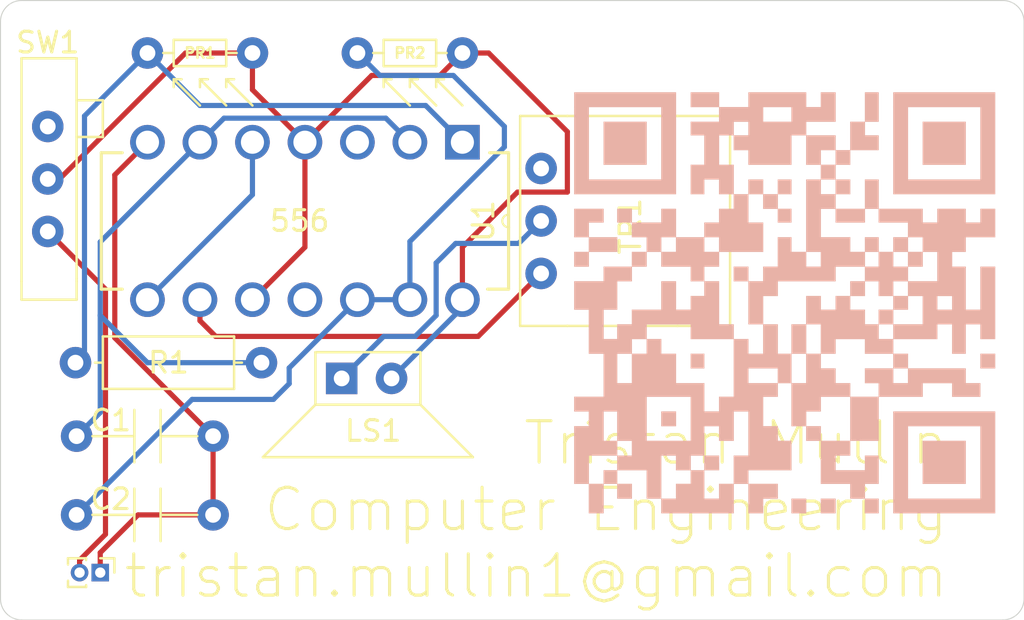
<source format=kicad_pcb>
(kicad_pcb (version 20171130) (host pcbnew "(5.1.10)-1")

  (general
    (thickness 1.6)
    (drawings 10)
    (tracks 69)
    (zones 0)
    (modules 11)
    (nets 12)
  )

  (page USLetter)
  (title_block
    (title "Busness Card")
    (date 2021-06-23)
    (rev 1.0)
  )

  (layers
    (0 F.Cu signal)
    (31 B.Cu signal)
    (32 B.Adhes user)
    (33 F.Adhes user)
    (34 B.Paste user)
    (35 F.Paste user)
    (36 B.SilkS user)
    (37 F.SilkS user)
    (38 B.Mask user)
    (39 F.Mask user)
    (40 Dwgs.User user)
    (41 Cmts.User user)
    (42 Eco1.User user)
    (43 Eco2.User user)
    (44 Edge.Cuts user)
    (45 Margin user)
    (46 B.CrtYd user)
    (47 F.CrtYd user)
    (48 B.Fab user)
    (49 F.Fab user hide)
  )

  (setup
    (last_trace_width 0.25)
    (trace_clearance 0.2)
    (zone_clearance 0.508)
    (zone_45_only no)
    (trace_min 0.2)
    (via_size 0.8)
    (via_drill 0.4)
    (via_min_size 0.4)
    (via_min_drill 0.3)
    (uvia_size 0.3)
    (uvia_drill 0.1)
    (uvias_allowed no)
    (uvia_min_size 0.2)
    (uvia_min_drill 0.1)
    (edge_width 0.05)
    (segment_width 0.2)
    (pcb_text_width 0.3)
    (pcb_text_size 1.5 1.5)
    (mod_edge_width 0.12)
    (mod_text_size 1 1)
    (mod_text_width 0.15)
    (pad_size 0.85 0.85)
    (pad_drill 0.5)
    (pad_to_mask_clearance 0)
    (aux_axis_origin 0 0)
    (visible_elements 7FFFFFFF)
    (pcbplotparams
      (layerselection 0x010fc_ffffffff)
      (usegerberextensions false)
      (usegerberattributes true)
      (usegerberadvancedattributes true)
      (creategerberjobfile true)
      (excludeedgelayer true)
      (linewidth 0.100000)
      (plotframeref false)
      (viasonmask false)
      (mode 1)
      (useauxorigin false)
      (hpglpennumber 1)
      (hpglpenspeed 20)
      (hpglpendiameter 15.000000)
      (psnegative false)
      (psa4output false)
      (plotreference true)
      (plotvalue true)
      (plotinvisibletext false)
      (padsonsilk false)
      (subtractmaskfromsilk false)
      (outputformat 1)
      (mirror false)
      (drillshape 1)
      (scaleselection 1)
      (outputdirectory ""))
  )

  (net 0 "")
  (net 1 "Net-(C1-Pad1)")
  (net 2 GND)
  (net 3 "Net-(C2-Pad1)")
  (net 4 +BATT)
  (net 5 "Net-(LS1-Pad2)")
  (net 6 "Net-(PR1-Pad2)")
  (net 7 "Net-(TR1-Pad1)")
  (net 8 "Net-(TR1-Pad3)")
  (net 9 "Net-(U1-Pad3)")
  (net 10 "Net-(U1-Pad5)")
  (net 11 "Net-(U1-Pad11)")

  (net_class Default "This is the default net class."
    (clearance 0.2)
    (trace_width 0.25)
    (via_dia 0.8)
    (via_drill 0.4)
    (uvia_dia 0.3)
    (uvia_drill 0.1)
    (add_net +BATT)
    (add_net GND)
    (add_net "Net-(C1-Pad1)")
    (add_net "Net-(C2-Pad1)")
    (add_net "Net-(LS1-Pad2)")
    (add_net "Net-(PR1-Pad2)")
    (add_net "Net-(TR1-Pad1)")
    (add_net "Net-(TR1-Pad3)")
    (add_net "Net-(U1-Pad11)")
    (add_net "Net-(U1-Pad3)")
    (add_net "Net-(U1-Pad5)")
  )

  (module Connector_PinHeader_1.00mm:PinHeader_1x02_P1.00mm_Vertical (layer F.Cu) (tedit 60D62B50) (tstamp 60D68E7A)
    (at 113.284 103.378 270)
    (descr "Through hole straight pin header, 1x02, 1.00mm pitch, single row")
    (tags "Through hole pin header THT 1x02 1.00mm single row")
    (fp_text reference REF** (at 0 -1.56 90) (layer F.SilkS) hide
      (effects (font (size 1 1) (thickness 0.15)))
    )
    (fp_text value PinHeader_1x02_P1.00mm_Vertical (at 0 2.56 90) (layer F.Fab)
      (effects (font (size 1 1) (thickness 0.15)))
    )
    (fp_text user %R (at 0 0.5) (layer F.Fab)
      (effects (font (size 0.76 0.76) (thickness 0.114)))
    )
    (fp_line (start -0.3175 -0.5) (end 0.635 -0.5) (layer F.Fab) (width 0.1))
    (fp_line (start 0.635 -0.5) (end 0.635 1.5) (layer F.Fab) (width 0.1))
    (fp_line (start 0.635 1.5) (end -0.635 1.5) (layer F.Fab) (width 0.1))
    (fp_line (start -0.635 1.5) (end -0.635 -0.1825) (layer F.Fab) (width 0.1))
    (fp_line (start -0.635 -0.1825) (end -0.3175 -0.5) (layer F.Fab) (width 0.1))
    (fp_line (start -0.695 1.56) (end -0.394493 1.56) (layer F.SilkS) (width 0.12))
    (fp_line (start 0.394493 1.56) (end 0.695 1.56) (layer F.SilkS) (width 0.12))
    (fp_line (start -0.695 0.685) (end -0.695 1.56) (layer F.SilkS) (width 0.12))
    (fp_line (start 0.695 0.685) (end 0.695 1.56) (layer F.SilkS) (width 0.12))
    (fp_line (start -0.695 0.685) (end -0.608276 0.685) (layer F.SilkS) (width 0.12))
    (fp_line (start 0.608276 0.685) (end 0.695 0.685) (layer F.SilkS) (width 0.12))
    (fp_line (start -0.695 0) (end -0.695 -0.685) (layer F.SilkS) (width 0.12))
    (fp_line (start -0.695 -0.685) (end 0 -0.685) (layer F.SilkS) (width 0.12))
    (fp_line (start -1.15 -1) (end -1.15 2) (layer F.CrtYd) (width 0.05))
    (fp_line (start -1.15 2) (end 1.15 2) (layer F.CrtYd) (width 0.05))
    (fp_line (start 1.15 2) (end 1.15 -1) (layer F.CrtYd) (width 0.05))
    (fp_line (start 1.15 -1) (end -1.15 -1) (layer F.CrtYd) (width 0.05))
    (pad 2 thru_hole oval (at 0 1 270) (size 0.85 0.85) (drill 0.5) (layers *.Cu *.Mask)
      (net 4 +BATT))
    (pad 1 thru_hole rect (at 0 0 270) (size 0.85 0.85) (drill 0.5) (layers *.Cu *.Mask)
      (net 2 GND))
    (model ${KISYS3DMOD}/Connector_PinHeader_1.00mm.3dshapes/PinHeader_1x02_P1.00mm_Vertical.wrl
      (at (xyz 0 0 0))
      (scale (xyz 1 1 1))
      (rotate (xyz 0 0 0))
    )
  )

  (module QR_CODE:qrcode_github (layer F.Cu) (tedit 60D21128) (tstamp 60D27204)
    (at 146.304 89.916)
    (fp_text reference G*** (at 0.127 9.271 180) (layer B.SilkS) hide
      (effects (font (size 1.524 1.524) (thickness 0.3)) (justify mirror))
    )
    (fp_text value LOGO (at -0.623 9.271 180) (layer B.SilkS) hide
      (effects (font (size 1.524 1.524) (thickness 0.3)) (justify mirror))
    )
    (fp_poly (pts (xy 5.3594 10.5918) (xy 10.287 10.5918) (xy 10.287 6.3754) (xy 9.5758 6.3754)
      (xy 9.5758 9.8806) (xy 6.0706 9.8806) (xy 6.0706 6.3754) (xy 9.5758 6.3754)
      (xy 10.287 6.3754) (xy 10.287 5.6642) (xy 5.3594 5.6642) (xy 5.3594 10.5918)) (layer B.SilkS) (width 0.01))
    (fp_poly (pts (xy 3.9878 10.5918) (xy 4.6482 10.5918) (xy 4.6482 9.8806) (xy 3.9878 9.8806)
      (xy 3.9878 10.5918)) (layer B.SilkS) (width 0.01))
    (fp_poly (pts (xy -8.001 -3.4798) (xy -7.2898 -3.4798) (xy -7.2898 -4.1402) (xy -8.001 -4.1402)
      (xy -8.001 -3.4798)) (layer B.SilkS) (width 0.01))
    (fp_poly (pts (xy 3.2766 -6.985) (xy 4.6482 -6.985) (xy 4.6482 -7.6962) (xy 3.9878 -7.6962)
      (xy 3.9878 -8.3566) (xy 3.2766 -8.3566) (xy 3.2766 -6.985)) (layer B.SilkS) (width 0.01))
    (fp_poly (pts (xy 3.9878 -8.3566) (xy 4.6482 -8.3566) (xy 4.6482 -9.779) (xy 3.9878 -9.779)
      (xy 3.9878 -8.3566)) (layer B.SilkS) (width 0.01))
    (fp_poly (pts (xy -4.445 -9.0678) (xy -3.0734 -9.0678) (xy -3.0734 -9.779) (xy -4.445 -9.779)
      (xy -4.445 -9.0678)) (layer B.SilkS) (width 0.01))
    (fp_poly (pts (xy -1.651 10.5918) (xy -0.9398 10.5918) (xy -0.9398 9.8806) (xy -0.2286 9.8806)
      (xy -0.2286 9.1694) (xy -1.651 9.1694) (xy -1.651 10.5918)) (layer B.SilkS) (width 0.01))
    (fp_poly (pts (xy -8.001 9.8806) (xy -7.2898 9.8806) (xy -7.2898 9.1694) (xy -8.001 9.1694)
      (xy -8.001 9.8806)) (layer B.SilkS) (width 0.01))
    (fp_poly (pts (xy -8.001 8.509) (xy -6.5786 8.509) (xy -6.5786 9.8806) (xy -5.8674 9.8806)
      (xy -5.8674 10.5918) (xy -2.3622 10.5918) (xy -2.3622 9.1694) (xy -1.651 9.1694)
      (xy -1.651 8.509) (xy 0.4318 8.509) (xy 0.4318 7.0866) (xy -0.2286 7.0866)
      (xy -0.2286 6.3754) (xy -0.9398 6.3754) (xy -0.9398 5.6642) (xy -1.651 5.6642)
      (xy -1.651 7.7978) (xy -2.3622 7.7978) (xy -2.3622 9.1694) (xy -3.0734 9.1694)
      (xy -3.0734 9.8806) (xy -3.7846 9.8806) (xy -3.7846 8.509) (xy -4.445 8.509)
      (xy -4.445 9.1694) (xy -5.1562 9.1694) (xy -5.1562 9.8806) (xy -5.8674 9.8806)
      (xy -5.8674 7.7978) (xy -5.1562 7.7978) (xy -5.1562 8.509) (xy -4.445 8.509)
      (xy -4.445 7.7978) (xy -3.7846 7.7978) (xy -3.7846 6.3754) (xy -3.0734 6.3754)
      (xy -3.0734 7.0866) (xy -2.3622 7.0866) (xy -2.3622 5.6642) (xy -1.651 5.6642)
      (xy -0.9398 5.6642) (xy -0.9398 4.953) (xy -0.2286 4.953) (xy -0.2286 4.2926)
      (xy 0.4318 4.2926) (xy 0.4318 6.3754) (xy 1.143 6.3754) (xy 1.143 7.0866)
      (xy 1.8542 7.0866) (xy 1.8542 9.1694) (xy 3.2766 9.1694) (xy 3.2766 9.8806)
      (xy 3.9878 9.8806) (xy 3.9878 9.1694) (xy 4.6482 9.1694) (xy 4.6482 7.7978)
      (xy 3.9878 7.7978) (xy 3.9878 8.509) (xy 2.5654 8.509) (xy 2.5654 7.7978)
      (xy 3.2766 7.7978) (xy 3.2766 7.0866) (xy 4.6482 7.0866) (xy 4.6482 4.953)
      (xy 6.7818 4.953) (xy 6.7818 4.2926) (xy 8.2042 4.2926) (xy 8.2042 4.953)
      (xy 9.5758 4.953) (xy 9.5758 4.2926) (xy 8.8646 4.2926) (xy 8.8646 3.5814)
      (xy 6.0706 3.5814) (xy 6.0706 4.2926) (xy 5.3594 4.2926) (xy 5.3594 3.5814)
      (xy 6.0706 3.5814) (xy 6.0706 2.8702) (xy 5.3594 2.8702) (xy 5.3594 3.5814)
      (xy 3.9878 3.5814) (xy 3.9878 4.2926) (xy 4.6482 4.2926) (xy 4.6482 4.953)
      (xy 3.2766 4.953) (xy 3.2766 7.0866) (xy 1.8542 7.0866) (xy 1.8542 6.3754)
      (xy 1.143 6.3754) (xy 1.143 5.6642) (xy 1.8542 5.6642) (xy 1.8542 4.953)
      (xy 3.2766 4.953) (xy 3.2766 4.2926) (xy 2.5654 4.2926) (xy 2.5654 3.5814)
      (xy 1.8542 3.5814) (xy 1.8542 2.8702) (xy 2.5654 2.8702) (xy 2.5654 2.159)
      (xy 3.9878 2.159) (xy 3.9878 2.8702) (xy 5.3594 2.8702) (xy 5.3594 2.159)
      (xy 7.493 2.159) (xy 7.493 1.4478) (xy 8.2042 1.4478) (xy 8.2042 2.8702)
      (xy 8.8646 2.8702) (xy 8.8646 1.4478) (xy 9.5758 1.4478) (xy 9.5758 2.159)
      (xy 10.287 2.159) (xy 10.287 -1.3462) (xy 9.5758 -1.3462) (xy 9.5758 0.7366)
      (xy 8.8646 0.7366) (xy 8.8646 0.0762) (xy 8.2042 0.0762) (xy 8.2042 0.7366)
      (xy 7.493 0.7366) (xy 7.493 0.0762) (xy 8.2042 0.0762) (xy 8.8646 0.0762)
      (xy 8.8646 -1.3462) (xy 8.2042 -1.3462) (xy 8.2042 -2.0574) (xy 7.493 -2.0574)
      (xy 7.493 -0.635) (xy 6.0706 -0.635) (xy 6.0706 0.0762) (xy 6.7818 0.0762)
      (xy 6.7818 1.4478) (xy 5.3594 1.4478) (xy 5.3594 2.159) (xy 4.6482 2.159)
      (xy 4.6482 1.4478) (xy 3.9878 1.4478) (xy 3.9878 0.7366) (xy 3.2766 0.7366)
      (xy 3.2766 0.0762) (xy 2.5654 0.0762) (xy 2.5654 0.7366) (xy 1.8542 0.7366)
      (xy 1.8542 0.0762) (xy 1.143 0.0762) (xy 1.143 1.4478) (xy 1.8542 1.4478)
      (xy 1.8542 2.8702) (xy 1.143 2.8702) (xy 1.143 4.2926) (xy 0.4318 4.2926)
      (xy 0.4318 3.5814) (xy -0.2286 3.5814) (xy -0.2286 4.2926) (xy -1.651 4.2926)
      (xy -1.651 3.5814) (xy -0.2286 3.5814) (xy 0.4318 3.5814) (xy 0.4318 2.8702)
      (xy -0.2286 2.8702) (xy -0.2286 1.4478) (xy -0.9398 1.4478) (xy -0.9398 0.0762)
      (xy -0.2286 0.0762) (xy -0.2286 -0.635) (xy 2.5654 -0.635) (xy 2.5654 -1.3462)
      (xy 3.9878 -1.3462) (xy 3.9878 -2.0574) (xy 3.2766 -2.0574) (xy 1.8542 -2.0574)
      (xy 1.8542 -1.3462) (xy 1.143 -1.3462) (xy 1.143 -2.0574) (xy 1.8542 -2.0574)
      (xy 3.2766 -2.0574) (xy 3.2766 -2.7686) (xy 1.8542 -2.7686) (xy 1.8542 -4.1402)
      (xy 2.5654 -4.1402) (xy 2.5654 -3.4798) (xy 3.9878 -3.4798) (xy 3.9878 -4.1402)
      (xy 4.6482 -4.1402) (xy 4.6482 -3.4798) (xy 6.0706 -3.4798) (xy 6.0706 -2.7686)
      (xy 6.7818 -2.7686) (xy 6.7818 -2.0574) (xy 7.493 -2.0574) (xy 8.2042 -2.0574)
      (xy 8.8646 -2.0574) (xy 8.8646 -2.7686) (xy 10.287 -2.7686) (xy 10.287 -4.1402)
      (xy 9.5758 -4.1402) (xy 9.5758 -3.4798) (xy 8.8646 -3.4798) (xy 8.8646 -4.1402)
      (xy 7.493 -4.1402) (xy 7.493 -3.4798) (xy 6.7818 -3.4798) (xy 6.7818 -4.1402)
      (xy 4.6482 -4.1402) (xy 4.6482 -5.5626) (xy 3.9878 -5.5626) (xy 3.9878 -4.1402)
      (xy 2.5654 -4.1402) (xy 2.5654 -4.8514) (xy 3.2766 -4.8514) (xy 3.2766 -5.5626)
      (xy 2.5654 -5.5626) (xy 2.5654 -4.8514) (xy 1.8542 -4.8514) (xy 1.8542 -5.5626)
      (xy 2.5654 -5.5626) (xy 2.5654 -6.2738) (xy 3.2766 -6.2738) (xy 3.2766 -6.985)
      (xy 2.5654 -6.985) (xy 2.5654 -6.2738) (xy 1.8542 -6.2738) (xy 1.8542 -5.5626)
      (xy 1.143 -5.5626) (xy 1.143 -2.0574) (xy 0.4318 -2.0574) (xy 0.4318 -2.7686)
      (xy -0.2286 -2.7686) (xy -0.2286 -1.3462) (xy -0.9398 -1.3462) (xy -0.9398 -0.635)
      (xy -1.651 -0.635) (xy -1.651 1.4478) (xy -0.9398 1.4478) (xy -0.9398 2.8702)
      (xy -1.651 2.8702) (xy -1.651 2.159) (xy -2.3622 2.159) (xy -2.3622 4.953)
      (xy -3.0734 4.953) (xy -3.0734 5.6642) (xy -3.7846 5.6642) (xy -3.7846 4.953)
      (xy -4.445 4.953) (xy -4.445 7.0866) (xy -6.5786 7.0866) (xy -7.2898 7.0866)
      (xy -7.2898 7.7978) (xy -8.001 7.7978) (xy -8.001 8.509) (xy -8.6614 8.509)
      (xy -8.6614 9.1694) (xy -9.3726 9.1694) (xy -9.3726 7.7978) (xy -8.001 7.7978)
      (xy -8.001 7.0866) (xy -7.2898 7.0866) (xy -6.5786 7.0866) (xy -6.5786 5.6642)
      (xy -8.001 5.6642) (xy -8.001 7.0866) (xy -8.6614 7.0866) (xy -8.6614 5.6642)
      (xy -8.001 5.6642) (xy -6.5786 5.6642) (xy -6.5786 4.953) (xy -4.445 4.953)
      (xy -3.7846 4.953) (xy -3.7846 4.2926) (xy -5.1562 4.2926) (xy -5.1562 2.8702)
      (xy -5.8674 2.8702) (xy -5.8674 2.159) (xy -6.5786 2.159) (xy -6.5786 2.8702)
      (xy -7.2898 2.8702) (xy -7.2898 4.2926) (xy -8.001 4.2926) (xy -8.001 2.8702)
      (xy -7.2898 2.8702) (xy -7.2898 2.159) (xy -6.5786 2.159) (xy -6.5786 1.4478)
      (xy -4.445 1.4478) (xy -4.445 2.159) (xy -2.3622 2.159) (xy -2.3622 1.4478)
      (xy -3.0734 1.4478) (xy -3.0734 -0.635) (xy -3.7846 -0.635) (xy -3.7846 0.0762)
      (xy -4.445 0.0762) (xy -4.445 0.7366) (xy -5.1562 0.7366) (xy -5.1562 -0.635)
      (xy -5.8674 -0.635) (xy -5.8674 0.7366) (xy -7.2898 0.7366) (xy -7.2898 1.4478)
      (xy -8.001 1.4478) (xy -8.001 2.159) (xy -8.6614 2.159) (xy -8.6614 0.7366)
      (xy -8.001 0.7366) (xy -8.001 -0.635) (xy -7.2898 -0.635) (xy -7.2898 -1.3462)
      (xy -6.5786 -1.3462) (xy -6.5786 -2.0574) (xy -5.8674 -2.0574) (xy -5.8674 -1.3462)
      (xy -4.445 -1.3462) (xy -4.445 -0.635) (xy -3.7846 -0.635) (xy -3.7846 -1.3462)
      (xy -3.0734 -1.3462) (xy -3.0734 -2.0574) (xy -0.9398 -2.0574) (xy -0.9398 -2.7686)
      (xy -3.0734 -2.7686) (xy -3.0734 -2.0574) (xy -3.7846 -2.0574) (xy -3.7846 -2.7686)
      (xy -3.0734 -2.7686) (xy -0.9398 -2.7686) (xy -0.9398 -3.4798) (xy -1.651 -3.4798)
      (xy -1.651 -4.8514) (xy -2.3622 -4.8514) (xy -2.3622 -6.2738) (xy -3.0734 -6.2738)
      (xy -3.0734 -7.6962) (xy -2.3622 -7.6962) (xy -2.3622 -6.985) (xy -1.651 -6.985)
      (xy -1.651 -6.2738) (xy 0.4318 -6.2738) (xy 0.4318 -7.6962) (xy 1.143 -7.6962)
      (xy 1.143 -6.2738) (xy 1.8542 -6.2738) (xy 1.8542 -6.985) (xy 2.5654 -6.985)
      (xy 2.5654 -7.6962) (xy 1.143 -7.6962) (xy 1.143 -8.3566) (xy 2.5654 -8.3566)
      (xy 2.5654 -9.779) (xy 1.8542 -9.779) (xy 1.8542 -9.0678) (xy 1.143 -9.0678)
      (xy 0.4318 -9.0678) (xy 0.4318 -8.3566) (xy -0.9398 -8.3566) (xy -1.651 -8.3566)
      (xy -1.651 -7.6962) (xy -2.3622 -7.6962) (xy -2.3622 -8.3566) (xy -1.651 -8.3566)
      (xy -0.9398 -8.3566) (xy -0.9398 -9.0678) (xy 0.4318 -9.0678) (xy 1.143 -9.0678)
      (xy 1.143 -9.779) (xy -1.651 -9.779) (xy -1.651 -9.0678) (xy -3.0734 -9.0678)
      (xy -3.0734 -8.3566) (xy -4.445 -8.3566) (xy -4.445 -7.6962) (xy -3.7846 -7.6962)
      (xy -3.7846 -6.2738) (xy -4.445 -6.2738) (xy -4.445 -4.8514) (xy -3.7846 -4.8514)
      (xy -3.7846 -5.5626) (xy -3.0734 -5.5626) (xy -3.0734 -4.8514) (xy -2.3622 -4.8514)
      (xy -2.3622 -4.1402) (xy -3.0734 -4.1402) (xy -3.0734 -3.4798) (xy -3.7846 -3.4798)
      (xy -3.7846 -2.7686) (xy -5.1562 -2.7686) (xy -5.1562 -2.0574) (xy -5.8674 -2.0574)
      (xy -5.8674 -2.7686) (xy -5.1562 -2.7686) (xy -5.1562 -4.1402) (xy -5.8674 -4.1402)
      (xy -5.8674 -3.4798) (xy -7.2898 -3.4798) (xy -7.2898 -2.7686) (xy -6.5786 -2.7686)
      (xy -6.5786 -2.0574) (xy -7.2898 -2.0574) (xy -7.2898 -1.3462) (xy -8.6614 -1.3462)
      (xy -8.6614 -0.635) (xy -10.0838 -0.635) (xy -10.0838 0.7366) (xy -9.3726 0.7366)
      (xy -9.3726 2.8702) (xy -8.6614 2.8702) (xy -8.6614 4.953) (xy -10.0838 4.953)
      (xy -10.0838 5.6642) (xy -9.3726 5.6642) (xy -9.3726 6.3754) (xy -10.0838 6.3754)
      (xy -10.0838 9.1694) (xy -9.3726 9.1694) (xy -9.3726 10.5918) (xy -8.6614 10.5918)
      (xy -8.6614 9.1694) (xy -8.001 9.1694) (xy -8.001 8.509)) (layer B.SilkS) (width 0.01))
    (fp_poly (pts (xy 1.8542 10.5918) (xy 2.5654 10.5918) (xy 2.5654 9.8806) (xy 1.8542 9.8806)
      (xy 1.8542 10.5918)) (layer B.SilkS) (width 0.01))
    (fp_poly (pts (xy 0.4318 10.5918) (xy 1.143 10.5918) (xy 1.143 9.8806) (xy 0.4318 9.8806)
      (xy 0.4318 10.5918)) (layer B.SilkS) (width 0.01))
    (fp_poly (pts (xy 9.5758 3.5814) (xy 10.287 3.5814) (xy 10.287 2.8702) (xy 9.5758 2.8702)
      (xy 9.5758 3.5814)) (layer B.SilkS) (width 0.01))
    (fp_poly (pts (xy -10.0838 -1.3462) (xy -9.3726 -1.3462) (xy -9.3726 -2.0574) (xy -10.0838 -2.0574)
      (xy -10.0838 -1.3462)) (layer B.SilkS) (width 0.01))
    (fp_poly (pts (xy -9.3726 -2.0574) (xy -8.001 -2.0574) (xy -8.001 -2.7686) (xy -9.3726 -2.7686)
      (xy -9.3726 -2.0574)) (layer B.SilkS) (width 0.01))
    (fp_poly (pts (xy -10.0838 -2.7686) (xy -9.3726 -2.7686) (xy -9.3726 -3.4798) (xy -8.6614 -3.4798)
      (xy -8.6614 -4.1402) (xy -10.0838 -4.1402) (xy -10.0838 -2.7686)) (layer B.SilkS) (width 0.01))
    (fp_poly (pts (xy 5.3594 -4.8514) (xy 10.287 -4.8514) (xy 10.287 -9.0678) (xy 9.5758 -9.0678)
      (xy 9.5758 -5.5626) (xy 6.0706 -5.5626) (xy 6.0706 -9.0678) (xy 9.5758 -9.0678)
      (xy 10.287 -9.0678) (xy 10.287 -9.779) (xy 5.3594 -9.779) (xy 5.3594 -4.8514)) (layer B.SilkS) (width 0.01))
    (fp_poly (pts (xy -10.0838 -4.8514) (xy -5.1562 -4.8514) (xy -5.1562 -9.0678) (xy -5.8674 -9.0678)
      (xy -5.8674 -5.5626) (xy -9.3726 -5.5626) (xy -9.3726 -9.0678) (xy -5.8674 -9.0678)
      (xy -5.1562 -9.0678) (xy -5.1562 -9.779) (xy -10.0838 -9.779) (xy -10.0838 -4.8514)) (layer B.SilkS) (width 0.01))
    (fp_poly (pts (xy 6.7818 9.1694) (xy 8.8646 9.1694) (xy 8.8646 7.0866) (xy 6.7818 7.0866)
      (xy 6.7818 9.1694)) (layer B.SilkS) (width 0.01))
    (fp_poly (pts (xy -3.7846 8.509) (xy -3.0734 8.509) (xy -3.0734 7.7978) (xy -3.7846 7.7978)
      (xy -3.7846 8.509)) (layer B.SilkS) (width 0.01))
    (fp_poly (pts (xy -4.445 3.5814) (xy -3.7846 3.5814) (xy -3.7846 2.8702) (xy -4.445 2.8702)
      (xy -4.445 3.5814)) (layer B.SilkS) (width 0.01))
    (fp_poly (pts (xy 0.4318 2.8702) (xy 1.143 2.8702) (xy 1.143 1.4478) (xy 0.4318 1.4478)
      (xy 0.4318 2.8702)) (layer B.SilkS) (width 0.01))
    (fp_poly (pts (xy 4.6482 1.4478) (xy 5.3594 1.4478) (xy 5.3594 0.7366) (xy 4.6482 0.7366)
      (xy 4.6482 1.4478)) (layer B.SilkS) (width 0.01))
    (fp_poly (pts (xy 5.3594 0.7366) (xy 6.0706 0.7366) (xy 6.0706 0.0762) (xy 5.3594 0.0762)
      (xy 5.3594 0.7366)) (layer B.SilkS) (width 0.01))
    (fp_poly (pts (xy 3.2766 0.0762) (xy 3.9878 0.0762) (xy 3.9878 -0.635) (xy 3.2766 -0.635)
      (xy 3.2766 0.0762)) (layer B.SilkS) (width 0.01))
    (fp_poly (pts (xy 3.9878 -2.0574) (xy 4.6482 -2.0574) (xy 4.6482 -2.7686) (xy 3.9878 -2.7686)
      (xy 3.9878 -2.0574)) (layer B.SilkS) (width 0.01))
    (fp_poly (pts (xy 4.6482 -2.0574) (xy 4.6482 -1.3462) (xy 3.9878 -1.3462) (xy 3.9878 -0.635)
      (xy 4.6482 -0.635) (xy 4.6482 0.0762) (xy 5.3594 0.0762) (xy 5.3594 -0.635)
      (xy 6.0706 -0.635) (xy 6.0706 -1.3462) (xy 6.7818 -1.3462) (xy 6.7818 -2.0574)
      (xy 6.0706 -2.0574) (xy 6.0706 -1.3462) (xy 5.3594 -1.3462) (xy 5.3594 -2.0574)
      (xy 6.0706 -2.0574) (xy 6.0706 -2.7686) (xy 5.3594 -2.7686) (xy 5.3594 -2.0574)
      (xy 4.6482 -2.0574)) (layer B.SilkS) (width 0.01))
    (fp_poly (pts (xy -2.3622 -0.635) (xy -1.651 -0.635) (xy -1.651 -1.3462) (xy -2.3622 -1.3462)
      (xy -2.3622 -0.635)) (layer B.SilkS) (width 0.01))
    (fp_poly (pts (xy -0.2286 -3.4798) (xy 0.4318 -3.4798) (xy 0.4318 -4.1402) (xy -0.2286 -4.1402)
      (xy -0.2286 -3.4798)) (layer B.SilkS) (width 0.01))
    (fp_poly (pts (xy -0.9398 -4.1402) (xy -0.2286 -4.1402) (xy -0.2286 -4.8514) (xy -0.9398 -4.8514)
      (xy -0.9398 -4.1402)) (layer B.SilkS) (width 0.01))
    (fp_poly (pts (xy -0.2286 -4.8514) (xy 0.4318 -4.8514) (xy 0.4318 -5.5626) (xy -0.2286 -5.5626)
      (xy -0.2286 -4.8514)) (layer B.SilkS) (width 0.01))
    (fp_poly (pts (xy -1.651 -4.8514) (xy -0.9398 -4.8514) (xy -0.9398 -5.5626) (xy -1.651 -5.5626)
      (xy -1.651 -4.8514)) (layer B.SilkS) (width 0.01))
    (fp_poly (pts (xy -5.8674 6.3754) (xy -5.1562 6.3754) (xy -5.1562 5.6642) (xy -5.8674 5.6642)
      (xy -5.8674 6.3754)) (layer B.SilkS) (width 0.01))
    (fp_poly (pts (xy 6.7818 -6.2738) (xy 8.8646 -6.2738) (xy 8.8646 -8.3566) (xy 6.7818 -8.3566)
      (xy 6.7818 -6.2738)) (layer B.SilkS) (width 0.01))
    (fp_poly (pts (xy -8.6614 -6.2738) (xy -6.5786 -6.2738) (xy -6.5786 -8.3566) (xy -8.6614 -8.3566)
      (xy -8.6614 -6.2738)) (layer B.SilkS) (width 0.01))
  )

  (module slide_switch_general:slide_switch_general (layer F.Cu) (tedit 60D1279E) (tstamp 60D27393)
    (at 110.744 84.328 270)
    (fp_text reference SW1 (at -6.604 0 unlocked) (layer F.SilkS)
      (effects (font (size 1 1) (thickness 0.15)))
    )
    (fp_text value slide_switch_general (at -7.112 2.413 90) (layer F.Fab)
      (effects (font (size 1 1) (thickness 0.15)))
    )
    (fp_line (start -2.032 -2.667) (end -2.032 -1.397) (layer F.SilkS) (width 0.12))
    (fp_line (start -3.81 -2.667) (end -2.032 -2.667) (layer F.SilkS) (width 0.12))
    (fp_line (start -3.81 -1.397) (end -3.81 -2.667) (layer F.SilkS) (width 0.12))
    (fp_line (start 4.953 1.27) (end 5.842 1.27) (layer F.SilkS) (width 0.12))
    (fp_line (start 4.953 -1.397) (end 5.842 -1.397) (layer F.SilkS) (width 0.12))
    (fp_line (start 5.842 -1.397) (end 5.842 1.27) (layer F.SilkS) (width 0.12))
    (fp_line (start 4.826 -1.397) (end -5.842 -1.397) (layer F.SilkS) (width 0.12))
    (fp_line (start 4.826 -1.397) (end 4.953 -1.397) (layer F.SilkS) (width 0.12))
    (fp_line (start -5.842 1.27) (end 4.953 1.27) (layer F.SilkS) (width 0.12))
    (fp_line (start -5.842 -1.397) (end -5.842 1.27) (layer F.SilkS) (width 0.12))
    (pad 3 thru_hole circle (at 2.54 0 270) (size 1.524 1.524) (drill 0.762) (layers *.Cu *.Mask)
      (net 4 +BATT))
    (pad 2 thru_hole circle (at 0 0 270) (size 1.524 1.524) (drill 0.762) (layers *.Cu *.Mask)
      (net 4 +BATT))
    (pad 1 thru_hole circle (at -2.54 0 270) (size 1.524 1.524) (drill 0.762) (layers *.Cu *.Mask))
  )

  (module capacitor_general:c_gen (layer F.Cu) (tedit 60CCF810) (tstamp 60CDBA2F)
    (at 115.57 96.774)
    (path /60CD03D0)
    (fp_text reference C1 (at -1.778 -0.762) (layer F.SilkS)
      (effects (font (size 1 1) (thickness 0.15)))
    )
    (fp_text value c_gen (at -2.286 3.048) (layer F.Fab)
      (effects (font (size 1 1) (thickness 0.15)))
    )
    (fp_line (start -2.667 0) (end -0.635 0) (layer F.SilkS) (width 0.12))
    (fp_line (start 0.635 -1.27) (end 0.635 1.27) (layer F.SilkS) (width 0.12))
    (fp_line (start -0.635 -1.27) (end -0.635 1.27) (layer F.SilkS) (width 0.12))
    (fp_line (start 2.413 0) (end 0.635 0) (layer F.SilkS) (width 0.12))
    (pad 1 thru_hole circle (at -3.429 0) (size 1.524 1.524) (drill 0.762) (layers *.Cu *.Mask)
      (net 1 "Net-(C1-Pad1)"))
    (pad 2 thru_hole circle (at 3.175 0) (size 1.524 1.524) (drill 0.762) (layers *.Cu *.Mask)
      (net 2 GND))
  )

  (module capacitor_general:c_gen (layer F.Cu) (tedit 60CCF810) (tstamp 60CDBA39)
    (at 115.57 100.584)
    (path /60CD0E4A)
    (fp_text reference C2 (at -1.778 -0.762) (layer F.SilkS)
      (effects (font (size 1 1) (thickness 0.15)))
    )
    (fp_text value c_gen (at -2.286 3.048) (layer F.Fab)
      (effects (font (size 1 1) (thickness 0.15)))
    )
    (fp_line (start 2.413 0) (end 0.635 0) (layer F.SilkS) (width 0.12))
    (fp_line (start -0.635 -1.27) (end -0.635 1.27) (layer F.SilkS) (width 0.12))
    (fp_line (start 0.635 -1.27) (end 0.635 1.27) (layer F.SilkS) (width 0.12))
    (fp_line (start -2.667 0) (end -0.635 0) (layer F.SilkS) (width 0.12))
    (pad 2 thru_hole circle (at 3.175 0) (size 1.524 1.524) (drill 0.762) (layers *.Cu *.Mask)
      (net 2 GND))
    (pad 1 thru_hole circle (at -3.429 0) (size 1.524 1.524) (drill 0.762) (layers *.Cu *.Mask)
      (net 3 "Net-(C2-Pad1)"))
  )

  (module speaker_general:speaker_gen (layer F.Cu) (tedit 60CD0AB2) (tstamp 60CDBA46)
    (at 126.238 93.98 180)
    (path /60CE26E1)
    (fp_text reference LS1 (at -0.254 -2.54) (layer F.SilkS)
      (effects (font (size 1 1) (thickness 0.15)))
    )
    (fp_text value Speaker (at -4.572 1.659) (layer F.Fab)
      (effects (font (size 1 1) (thickness 0.15)))
    )
    (fp_line (start 5.08 -3.81) (end 2.54 -1.27) (layer F.SilkS) (width 0.12))
    (fp_line (start -5.08 -3.81) (end 5.08 -3.81) (layer F.SilkS) (width 0.12))
    (fp_line (start -2.54 -1.27) (end -5.08 -3.81) (layer F.SilkS) (width 0.12))
    (fp_line (start -2.54 -1.27) (end -2.54 1.27) (layer F.SilkS) (width 0.12))
    (fp_line (start 2.54 -1.27) (end -2.54 -1.27) (layer F.SilkS) (width 0.12))
    (fp_line (start 2.54 1.27) (end 2.54 -1.27) (layer F.SilkS) (width 0.12))
    (fp_line (start -2.54 1.27) (end 2.54 1.27) (layer F.SilkS) (width 0.12))
    (pad 1 thru_hole circle (at -1.143 0 180) (size 1.524 1.524) (drill 0.762) (layers *.Cu *.Mask)
      (net 4 +BATT))
    (pad 2 thru_hole rect (at 1.27 0 180) (size 1.524 1.524) (drill 0.762) (layers *.Cu *.Mask)
      (net 5 "Net-(LS1-Pad2)"))
  )

  (module resistor_general:photores_gen (layer F.Cu) (tedit 60CD19F1) (tstamp 60CDBA5D)
    (at 118.11 78.232 180)
    (path /60CE5E3E)
    (fp_text reference PR1 (at 0 0) (layer F.SilkS)
      (effects (font (size 0.5 0.5) (thickness 0.125)))
    )
    (fp_text value photores_gen (at -3.937 1.524) (layer F.Fab)
      (effects (font (size 1 1) (thickness 0.15)))
    )
    (fp_line (start 1.27 -1.27) (end 0.889 -1.27) (layer F.SilkS) (width 0.12))
    (fp_line (start 0 -2.54) (end 1.27 -1.27) (layer F.SilkS) (width 0.12))
    (fp_line (start 1.27 -1.27) (end 1.27 -1.651) (layer F.SilkS) (width 0.12))
    (fp_line (start 0 -1.27) (end -0.381 -1.27) (layer F.SilkS) (width 0.12))
    (fp_line (start -1.27 -2.54) (end 0 -1.27) (layer F.SilkS) (width 0.12))
    (fp_line (start 0 -1.27) (end 0 -1.651) (layer F.SilkS) (width 0.12))
    (fp_line (start -1.27 -1.27) (end -1.27 -1.651) (layer F.SilkS) (width 0.12))
    (fp_line (start -1.27 -1.27) (end -1.651 -1.27) (layer F.SilkS) (width 0.12))
    (fp_line (start -2.54 -2.54) (end -1.27 -1.27) (layer F.SilkS) (width 0.12))
    (fp_line (start 1.27 0.635) (end 1.27 0) (layer F.SilkS) (width 0.12))
    (fp_line (start -1.27 0.635) (end 1.27 0.635) (layer F.SilkS) (width 0.12))
    (fp_line (start -1.27 0) (end -1.27 0.635) (layer F.SilkS) (width 0.12))
    (fp_line (start 1.27 -0.635) (end 1.27 0) (layer F.SilkS) (width 0.12))
    (fp_line (start -1.27 -0.635) (end 1.27 -0.635) (layer F.SilkS) (width 0.12))
    (fp_line (start -1.27 0) (end -1.27 -0.635) (layer F.SilkS) (width 0.12))
    (fp_line (start 1.778 0) (end 1.27 0) (layer F.SilkS) (width 0.12))
    (fp_line (start -1.778 0) (end -1.27 0) (layer F.SilkS) (width 0.12))
    (pad 1 thru_hole circle (at -2.54 0 180) (size 1.524 1.524) (drill 0.762) (layers *.Cu *.Mask)
      (net 4 +BATT))
    (pad 2 thru_hole circle (at 2.54 0 180) (size 1.524 1.524) (drill 0.762) (layers *.Cu *.Mask)
      (net 6 "Net-(PR1-Pad2)"))
  )

  (module resistor_general:photores_gen (layer F.Cu) (tedit 60CD19F1) (tstamp 60CDBA74)
    (at 128.27 78.232 180)
    (path /60CE6517)
    (fp_text reference PR2 (at 0 0) (layer F.SilkS)
      (effects (font (size 0.5 0.5) (thickness 0.125)))
    )
    (fp_text value photores_gen (at -3.937 1.524) (layer F.Fab)
      (effects (font (size 1 1) (thickness 0.15)))
    )
    (fp_line (start -1.778 0) (end -1.27 0) (layer F.SilkS) (width 0.12))
    (fp_line (start 1.778 0) (end 1.27 0) (layer F.SilkS) (width 0.12))
    (fp_line (start -1.27 0) (end -1.27 -0.635) (layer F.SilkS) (width 0.12))
    (fp_line (start -1.27 -0.635) (end 1.27 -0.635) (layer F.SilkS) (width 0.12))
    (fp_line (start 1.27 -0.635) (end 1.27 0) (layer F.SilkS) (width 0.12))
    (fp_line (start -1.27 0) (end -1.27 0.635) (layer F.SilkS) (width 0.12))
    (fp_line (start -1.27 0.635) (end 1.27 0.635) (layer F.SilkS) (width 0.12))
    (fp_line (start 1.27 0.635) (end 1.27 0) (layer F.SilkS) (width 0.12))
    (fp_line (start -2.54 -2.54) (end -1.27 -1.27) (layer F.SilkS) (width 0.12))
    (fp_line (start -1.27 -1.27) (end -1.651 -1.27) (layer F.SilkS) (width 0.12))
    (fp_line (start -1.27 -1.27) (end -1.27 -1.651) (layer F.SilkS) (width 0.12))
    (fp_line (start 0 -1.27) (end 0 -1.651) (layer F.SilkS) (width 0.12))
    (fp_line (start -1.27 -2.54) (end 0 -1.27) (layer F.SilkS) (width 0.12))
    (fp_line (start 0 -1.27) (end -0.381 -1.27) (layer F.SilkS) (width 0.12))
    (fp_line (start 1.27 -1.27) (end 1.27 -1.651) (layer F.SilkS) (width 0.12))
    (fp_line (start 0 -2.54) (end 1.27 -1.27) (layer F.SilkS) (width 0.12))
    (fp_line (start 1.27 -1.27) (end 0.889 -1.27) (layer F.SilkS) (width 0.12))
    (pad 2 thru_hole circle (at 2.54 0 180) (size 1.524 1.524) (drill 0.762) (layers *.Cu *.Mask)
      (net 3 "Net-(C2-Pad1)"))
    (pad 1 thru_hole circle (at -2.54 0 180) (size 1.524 1.524) (drill 0.762) (layers *.Cu *.Mask)
      (net 4 +BATT))
  )

  (module resistor_general:r_gen (layer F.Cu) (tedit 60CA1B08) (tstamp 60CDBA80)
    (at 116.586 93.218)
    (path /60CCF700)
    (fp_text reference R1 (at 0 0) (layer F.SilkS)
      (effects (font (size 1 1) (thickness 0.15)))
    )
    (fp_text value r_gen (at 2.54 1.905) (layer F.Fab)
      (effects (font (size 1 1) (thickness 0.15)))
    )
    (fp_line (start -3.175 1.27) (end -3.175 -1.27) (layer F.SilkS) (width 0.12))
    (fp_line (start 3.175 1.27) (end -3.175 1.27) (layer F.SilkS) (width 0.12))
    (fp_line (start 3.175 -1.27) (end 3.175 1.27) (layer F.SilkS) (width 0.12))
    (fp_line (start -3.175 -1.27) (end 3.175 -1.27) (layer F.SilkS) (width 0.12))
    (fp_line (start 3.556 0) (end 3.175 0) (layer F.SilkS) (width 0.12))
    (fp_line (start -3.175 0) (end -3.556 0) (layer F.SilkS) (width 0.12))
    (pad 1 thru_hole circle (at -4.5 0) (size 1.524 1.524) (drill 0.762) (layers *.Cu *.Mask)
      (net 6 "Net-(PR1-Pad2)"))
    (pad 2 thru_hole circle (at 4.5 0) (size 1.524 1.524) (drill 0.762) (layers *.Cu *.Mask)
      (net 1 "Net-(C1-Pad1)"))
  )

  (module resistor_general:trimpot_gen (layer F.Cu) (tedit 60CD1C5D) (tstamp 60CDBA93)
    (at 133.604 86.36 270)
    (path /60CEFBB6)
    (fp_text reference TR1 (at 0.254 -5.334 90) (layer F.SilkS)
      (effects (font (size 1 1) (thickness 0.15)))
    )
    (fp_text value trimpot_gen (at -4.445 1.016 90) (layer F.Fab)
      (effects (font (size 1 1) (thickness 0.15)))
    )
    (fp_line (start 5.08 -7.62) (end 5.08 -10.16) (layer F.SilkS) (width 0.12))
    (fp_line (start 5.08 -7.62) (end 5.08 -2.286) (layer F.SilkS) (width 0.12))
    (fp_line (start 5.08 -2.286) (end 5.08 0) (layer F.SilkS) (width 0.12))
    (fp_line (start -2.54 -10.16) (end -5.08 -10.16) (layer F.SilkS) (width 0.12))
    (fp_line (start -2.54 -10.16) (end 2.794 -10.16) (layer F.SilkS) (width 0.12))
    (fp_line (start 2.794 -10.16) (end 5.08 -10.16) (layer F.SilkS) (width 0.12))
    (fp_line (start -5.08 -7.62) (end -5.08 -10.16) (layer F.SilkS) (width 0.12))
    (fp_line (start -5.08 -7.62) (end -5.08 -2.286) (layer F.SilkS) (width 0.12))
    (fp_line (start -5.08 -2.286) (end -5.08 0) (layer F.SilkS) (width 0.12))
    (fp_line (start -2.54 0) (end -5.08 0) (layer F.SilkS) (width 0.12))
    (fp_line (start 2.794 0) (end 5.08 0) (layer F.SilkS) (width 0.12))
    (fp_line (start -2.54 0) (end 2.794 0) (layer F.SilkS) (width 0.12))
    (pad 2 thru_hole circle (at 0 -1.016 270) (size 1.524 1.524) (drill 0.762) (layers *.Cu *.Mask)
      (net 5 "Net-(LS1-Pad2)"))
    (pad 1 thru_hole circle (at -2.54 -1.016 270) (size 1.524 1.524) (drill 0.762) (layers *.Cu *.Mask)
      (net 7 "Net-(TR1-Pad1)"))
    (pad 3 thru_hole circle (at 2.54 -1.016 270) (size 1.524 1.524) (drill 0.762) (layers *.Cu *.Mask)
      (net 8 "Net-(TR1-Pad3)"))
  )

  (module NE556N:DIP254P762X508-14 (layer F.Cu) (tedit 60CCF91E) (tstamp 60CDBAED)
    (at 115.57 90.17 270)
    (path /60CD94BF)
    (fp_text reference U1 (at -3.81 -16.256 90) (layer F.SilkS)
      (effects (font (size 1 1) (thickness 0.15)))
    )
    (fp_text value NE556N_gen (at -5.08 -18.796 90) (layer F.Fab)
      (effects (font (size 1.640236 1.640236) (thickness 0.015)))
    )
    (fp_line (start -7.112 -17.4752) (end -7.112 2.2352) (layer F.Fab) (width 0.1524))
    (fp_line (start -4.1148 -17.4752) (end -7.112 -17.4752) (layer F.Fab) (width 0.1524))
    (fp_line (start -3.5052 -17.4752) (end -4.1148 -17.4752) (layer F.Fab) (width 0.1524))
    (fp_line (start -0.508 -17.4752) (end -3.5052 -17.4752) (layer F.Fab) (width 0.1524))
    (fp_line (start -0.508 2.2352) (end -0.508 -17.4752) (layer F.Fab) (width 0.1524))
    (fp_line (start -7.112 2.2352) (end -0.508 2.2352) (layer F.Fab) (width 0.1524))
    (fp_line (start 0.5588 -15.7988) (end -0.508 -15.7988) (layer F.Fab) (width 0.1524))
    (fp_line (start 0.5588 -14.6812) (end 0.5588 -15.7988) (layer F.Fab) (width 0.1524))
    (fp_line (start -0.508 -14.6812) (end 0.5588 -14.6812) (layer F.Fab) (width 0.1524))
    (fp_line (start -0.508 -15.7988) (end -0.508 -14.6812) (layer F.Fab) (width 0.1524))
    (fp_line (start 0.5588 -13.2588) (end -0.508 -13.2588) (layer F.Fab) (width 0.1524))
    (fp_line (start 0.5588 -12.1412) (end 0.5588 -13.2588) (layer F.Fab) (width 0.1524))
    (fp_line (start -0.508 -12.1412) (end 0.5588 -12.1412) (layer F.Fab) (width 0.1524))
    (fp_line (start -0.508 -13.2588) (end -0.508 -12.1412) (layer F.Fab) (width 0.1524))
    (fp_line (start 0.5588 -10.7188) (end -0.508 -10.7188) (layer F.Fab) (width 0.1524))
    (fp_line (start 0.5588 -9.6012) (end 0.5588 -10.7188) (layer F.Fab) (width 0.1524))
    (fp_line (start -0.508 -9.6012) (end 0.5588 -9.6012) (layer F.Fab) (width 0.1524))
    (fp_line (start -0.508 -10.7188) (end -0.508 -9.6012) (layer F.Fab) (width 0.1524))
    (fp_line (start 0.5588 -8.1788) (end -0.508 -8.1788) (layer F.Fab) (width 0.1524))
    (fp_line (start 0.5588 -7.0612) (end 0.5588 -8.1788) (layer F.Fab) (width 0.1524))
    (fp_line (start -0.508 -7.0612) (end 0.5588 -7.0612) (layer F.Fab) (width 0.1524))
    (fp_line (start -0.508 -8.1788) (end -0.508 -7.0612) (layer F.Fab) (width 0.1524))
    (fp_line (start 0.5588 -5.6388) (end -0.508 -5.6388) (layer F.Fab) (width 0.1524))
    (fp_line (start 0.5588 -4.5212) (end 0.5588 -5.6388) (layer F.Fab) (width 0.1524))
    (fp_line (start -0.508 -4.5212) (end 0.5588 -4.5212) (layer F.Fab) (width 0.1524))
    (fp_line (start -0.508 -5.6388) (end -0.508 -4.5212) (layer F.Fab) (width 0.1524))
    (fp_line (start 0.5588 -3.0988) (end -0.508 -3.0988) (layer F.Fab) (width 0.1524))
    (fp_line (start 0.5588 -1.9812) (end 0.5588 -3.0988) (layer F.Fab) (width 0.1524))
    (fp_line (start -0.508 -1.9812) (end 0.5588 -1.9812) (layer F.Fab) (width 0.1524))
    (fp_line (start -0.508 -3.0988) (end -0.508 -1.9812) (layer F.Fab) (width 0.1524))
    (fp_line (start 0.5588 -0.5588) (end -0.508 -0.5588) (layer F.Fab) (width 0.1524))
    (fp_line (start 0.5588 0.5588) (end 0.5588 -0.5588) (layer F.Fab) (width 0.1524))
    (fp_line (start -0.508 0.5588) (end 0.5588 0.5588) (layer F.Fab) (width 0.1524))
    (fp_line (start -0.508 -0.5588) (end -0.508 0.5588) (layer F.Fab) (width 0.1524))
    (fp_line (start -8.1788 0.5588) (end -7.112 0.5588) (layer F.Fab) (width 0.1524))
    (fp_line (start -8.1788 -0.5588) (end -8.1788 0.5588) (layer F.Fab) (width 0.1524))
    (fp_line (start -7.112 -0.5588) (end -8.1788 -0.5588) (layer F.Fab) (width 0.1524))
    (fp_line (start -7.112 0.5588) (end -7.112 -0.5588) (layer F.Fab) (width 0.1524))
    (fp_line (start -8.1788 -1.9812) (end -7.112 -1.9812) (layer F.Fab) (width 0.1524))
    (fp_line (start -8.1788 -3.0988) (end -8.1788 -1.9812) (layer F.Fab) (width 0.1524))
    (fp_line (start -7.112 -3.0988) (end -8.1788 -3.0988) (layer F.Fab) (width 0.1524))
    (fp_line (start -7.112 -1.9812) (end -7.112 -3.0988) (layer F.Fab) (width 0.1524))
    (fp_line (start -8.1788 -4.5212) (end -7.112 -4.5212) (layer F.Fab) (width 0.1524))
    (fp_line (start -8.1788 -5.6388) (end -8.1788 -4.5212) (layer F.Fab) (width 0.1524))
    (fp_line (start -7.112 -5.6388) (end -8.1788 -5.6388) (layer F.Fab) (width 0.1524))
    (fp_line (start -7.112 -4.5212) (end -7.112 -5.6388) (layer F.Fab) (width 0.1524))
    (fp_line (start -8.1788 -7.0612) (end -7.112 -7.0612) (layer F.Fab) (width 0.1524))
    (fp_line (start -8.1788 -8.1788) (end -8.1788 -7.0612) (layer F.Fab) (width 0.1524))
    (fp_line (start -7.112 -8.1788) (end -8.1788 -8.1788) (layer F.Fab) (width 0.1524))
    (fp_line (start -7.112 -7.0612) (end -7.112 -8.1788) (layer F.Fab) (width 0.1524))
    (fp_line (start -8.1788 -9.6012) (end -7.112 -9.6012) (layer F.Fab) (width 0.1524))
    (fp_line (start -8.1788 -10.7188) (end -8.1788 -9.6012) (layer F.Fab) (width 0.1524))
    (fp_line (start -7.112 -10.7188) (end -8.1788 -10.7188) (layer F.Fab) (width 0.1524))
    (fp_line (start -7.112 -9.6012) (end -7.112 -10.7188) (layer F.Fab) (width 0.1524))
    (fp_line (start -8.1788 -12.1412) (end -7.112 -12.1412) (layer F.Fab) (width 0.1524))
    (fp_line (start -8.1788 -13.2588) (end -8.1788 -12.1412) (layer F.Fab) (width 0.1524))
    (fp_line (start -7.112 -13.2588) (end -8.1788 -13.2588) (layer F.Fab) (width 0.1524))
    (fp_line (start -7.112 -12.1412) (end -7.112 -13.2588) (layer F.Fab) (width 0.1524))
    (fp_line (start -8.1788 -14.6812) (end -7.112 -14.6812) (layer F.Fab) (width 0.1524))
    (fp_line (start -8.1788 -15.7988) (end -8.1788 -14.6812) (layer F.Fab) (width 0.1524))
    (fp_line (start -7.112 -15.7988) (end -8.1788 -15.7988) (layer F.Fab) (width 0.1524))
    (fp_line (start -7.112 -14.6812) (end -7.112 -15.7988) (layer F.Fab) (width 0.1524))
    (fp_line (start -7.112 -17.4752) (end -7.112 -16.5608) (layer F.SilkS) (width 0.1524))
    (fp_line (start -4.1148 -17.4752) (end -7.112 -17.4752) (layer F.SilkS) (width 0.1524))
    (fp_line (start -3.5052 -17.4752) (end -4.1148 -17.4752) (layer F.SilkS) (width 0.1524))
    (fp_line (start -0.508 -17.4752) (end -3.5052 -17.4752) (layer F.SilkS) (width 0.1524))
    (fp_line (start -0.508 2.2352) (end -0.508 1.2192) (layer F.SilkS) (width 0.1524))
    (fp_line (start -7.112 2.2352) (end -0.508 2.2352) (layer F.SilkS) (width 0.1524))
    (fp_line (start -7.112 1.2192) (end -7.112 2.2352) (layer F.SilkS) (width 0.1524))
    (fp_line (start -0.508 -16.4592) (end -0.508 -17.4752) (layer F.SilkS) (width 0.1524))
    (fp_arc (start -3.81 -17.4752) (end -4.1148 -17.4752) (angle -180) (layer F.SilkS) (width 0.1))
    (fp_arc (start -3.81 -17.4752) (end -4.1148 -17.4752) (angle -180) (layer F.Fab) (width 0.1))
    (pad 1 thru_hole rect (at -7.62 -15.24 270) (size 1.6764 1.6764) (drill 1.1176) (layers *.Cu *.Mask)
      (net 6 "Net-(PR1-Pad2)"))
    (pad 2 thru_hole circle (at -7.62 -12.7 270) (size 1.6764 1.6764) (drill 1.1176) (layers *.Cu *.Mask)
      (net 1 "Net-(C1-Pad1)"))
    (pad 3 thru_hole circle (at -7.62 -10.16 270) (size 1.6764 1.6764) (drill 1.1176) (layers *.Cu *.Mask)
      (net 9 "Net-(U1-Pad3)"))
    (pad 4 thru_hole circle (at -7.62 -7.62 270) (size 1.6764 1.6764) (drill 1.1176) (layers *.Cu *.Mask)
      (net 4 +BATT))
    (pad 5 thru_hole circle (at -7.62 -5.08 270) (size 1.6764 1.6764) (drill 1.1176) (layers *.Cu *.Mask)
      (net 10 "Net-(U1-Pad5)"))
    (pad 6 thru_hole circle (at -7.62 -2.54 270) (size 1.6764 1.6764) (drill 1.1176) (layers *.Cu *.Mask)
      (net 1 "Net-(C1-Pad1)"))
    (pad 7 thru_hole circle (at -7.62 0 270) (size 1.6764 1.6764) (drill 1.1176) (layers *.Cu *.Mask)
      (net 2 GND))
    (pad 8 thru_hole circle (at 0 0 270) (size 1.6764 1.6764) (drill 1.1176) (layers *.Cu *.Mask)
      (net 10 "Net-(U1-Pad5)"))
    (pad 9 thru_hole circle (at 0 -2.54 270) (size 1.6764 1.6764) (drill 1.1176) (layers *.Cu *.Mask)
      (net 8 "Net-(TR1-Pad3)"))
    (pad 10 thru_hole circle (at 0 -5.08 270) (size 1.6764 1.6764) (drill 1.1176) (layers *.Cu *.Mask)
      (net 4 +BATT))
    (pad 11 thru_hole circle (at 0 -7.62 270) (size 1.6764 1.6764) (drill 1.1176) (layers *.Cu *.Mask)
      (net 11 "Net-(U1-Pad11)"))
    (pad 12 thru_hole circle (at 0 -10.16 270) (size 1.6764 1.6764) (drill 1.1176) (layers *.Cu *.Mask)
      (net 3 "Net-(C2-Pad1)"))
    (pad 13 thru_hole circle (at 0 -12.7 270) (size 1.6764 1.6764) (drill 1.1176) (layers *.Cu *.Mask)
      (net 3 "Net-(C2-Pad1)"))
    (pad 14 thru_hole circle (at 0 -15.24 270) (size 1.6764 1.6764) (drill 1.1176) (layers *.Cu *.Mask)
      (net 4 +BATT))
  )

  (gr_arc (start 156.972 76.708) (end 157.988 76.708) (angle -90) (layer Edge.Cuts) (width 0.05) (tstamp 60D6258E))
  (gr_arc (start 156.972 104.648) (end 156.972 105.664) (angle -90) (layer Edge.Cuts) (width 0.05) (tstamp 60D6258E))
  (gr_arc (start 109.474 104.648) (end 108.458 104.648) (angle -90) (layer Edge.Cuts) (width 0.05) (tstamp 60D6258E))
  (gr_arc (start 109.474 76.708) (end 109.474 75.692) (angle -90) (layer Edge.Cuts) (width 0.05))
  (gr_text 556 (at 122.936 86.36) (layer F.SilkS)
    (effects (font (size 1 1) (thickness 0.15)))
  )
  (gr_text "Tristan Mullin\nComputer Engineering\ntristan.mullin1@gmail.com" (at 154.432 100.33) (layer F.SilkS)
    (effects (font (size 2 2) (thickness 0.15)) (justify right))
  )
  (gr_line (start 108.458 76.708) (end 108.458 104.648) (layer Edge.Cuts) (width 0.05) (tstamp 60CDC494))
  (gr_line (start 156.972 75.692) (end 109.474 75.692) (layer Edge.Cuts) (width 0.05))
  (gr_line (start 157.988 104.648) (end 157.988 76.708) (layer Edge.Cuts) (width 0.05))
  (gr_line (start 109.474 105.664) (end 156.972 105.664) (layer Edge.Cuts) (width 0.05))

  (segment (start 127.106799 81.386799) (end 128.27 82.55) (width 0.25) (layer B.Cu) (net 1))
  (segment (start 119.273201 81.386799) (end 127.106799 81.386799) (width 0.25) (layer B.Cu) (net 1))
  (segment (start 118.11 82.55) (end 119.273201 81.386799) (width 0.25) (layer B.Cu) (net 1))
  (segment (start 113.284 95.631) (end 112.141 96.774) (width 0.25) (layer B.Cu) (net 1))
  (segment (start 118.11 82.55) (end 113.284 87.376) (width 0.25) (layer B.Cu) (net 1))
  (segment (start 115.57 93.218) (end 113.284 90.932) (width 0.25) (layer B.Cu) (net 1))
  (segment (start 113.284 90.932) (end 113.284 95.631) (width 0.25) (layer B.Cu) (net 1))
  (segment (start 121.086 93.218) (end 115.57 93.218) (width 0.25) (layer B.Cu) (net 1))
  (segment (start 113.284 87.376) (end 113.284 90.932) (width 0.25) (layer B.Cu) (net 1))
  (segment (start 118.745 100.584) (end 118.745 96.774) (width 0.25) (layer F.Cu) (net 2))
  (segment (start 113.284 103.378) (end 113.284 102.41337) (width 0.25) (layer F.Cu) (net 2))
  (segment (start 115.11337 100.584) (end 118.745 100.584) (width 0.25) (layer F.Cu) (net 2))
  (segment (start 113.284 102.41337) (end 115.11337 100.584) (width 0.25) (layer F.Cu) (net 2))
  (segment (start 113.98801 92.01701) (end 113.98801 84.13199) (width 0.25) (layer F.Cu) (net 2))
  (segment (start 113.98801 84.13199) (end 115.57 82.55) (width 0.25) (layer F.Cu) (net 2))
  (segment (start 118.745 96.774) (end 113.98801 92.01701) (width 0.25) (layer F.Cu) (net 2))
  (segment (start 126.817001 79.319001) (end 130.373001 79.319001) (width 0.25) (layer B.Cu) (net 3))
  (segment (start 125.73 78.232) (end 126.817001 79.319001) (width 0.25) (layer B.Cu) (net 3))
  (segment (start 130.373001 79.319001) (end 132.842 81.788) (width 0.25) (layer B.Cu) (net 3))
  (segment (start 132.842 82.779402) (end 128.27 87.351402) (width 0.25) (layer B.Cu) (net 3))
  (segment (start 132.842 81.788) (end 132.842 82.779402) (width 0.25) (layer B.Cu) (net 3))
  (segment (start 128.27 87.351402) (end 128.27 90.17) (width 0.25) (layer B.Cu) (net 3))
  (segment (start 128.27 90.17) (end 125.73 90.17) (width 0.25) (layer B.Cu) (net 3))
  (segment (start 125.73 90.17) (end 122.428 93.472) (width 0.25) (layer B.Cu) (net 3))
  (segment (start 122.428 93.472) (end 122.428 94.234) (width 0.25) (layer B.Cu) (net 3))
  (segment (start 122.428 94.234) (end 121.666 94.996) (width 0.25) (layer B.Cu) (net 3))
  (segment (start 117.729 94.996) (end 112.141 100.584) (width 0.25) (layer B.Cu) (net 3))
  (segment (start 121.666 94.996) (end 117.729 94.996) (width 0.25) (layer B.Cu) (net 3))
  (segment (start 120.65 80.01) (end 123.19 82.55) (width 0.25) (layer F.Cu) (net 4))
  (segment (start 120.65 78.232) (end 120.65 80.01) (width 0.25) (layer F.Cu) (net 4))
  (segment (start 123.19 87.63) (end 120.65 90.17) (width 0.25) (layer F.Cu) (net 4))
  (segment (start 123.19 82.55) (end 123.19 87.63) (width 0.25) (layer F.Cu) (net 4))
  (segment (start 126.420999 79.319001) (end 123.19 82.55) (width 0.25) (layer F.Cu) (net 4))
  (segment (start 129.722999 79.319001) (end 126.420999 79.319001) (width 0.25) (layer F.Cu) (net 4))
  (segment (start 130.81 78.232) (end 129.722999 79.319001) (width 0.25) (layer F.Cu) (net 4))
  (segment (start 130.81 78.232) (end 132.08 78.232) (width 0.25) (layer F.Cu) (net 4))
  (segment (start 135.89 82.042) (end 135.89 84.963) (width 0.25) (layer F.Cu) (net 4))
  (segment (start 132.08 78.232) (end 135.89 82.042) (width 0.25) (layer F.Cu) (net 4))
  (segment (start 135.89 84.963) (end 133.477 84.963) (width 0.25) (layer F.Cu) (net 4))
  (segment (start 130.81 87.63) (end 130.81 90.17) (width 0.25) (layer F.Cu) (net 4))
  (segment (start 133.477 84.963) (end 130.81 87.63) (width 0.25) (layer F.Cu) (net 4))
  (segment (start 130.81 90.551) (end 130.81 90.17) (width 0.25) (layer B.Cu) (net 4))
  (segment (start 127.381 93.98) (end 130.81 90.551) (width 0.25) (layer B.Cu) (net 4))
  (segment (start 117.40963 78.232) (end 120.65 78.232) (width 0.25) (layer F.Cu) (net 4))
  (segment (start 111.31363 84.328) (end 110.744 84.328) (width 0.25) (layer F.Cu) (net 4))
  (segment (start 117.40963 78.232) (end 111.31363 84.328) (width 0.25) (layer F.Cu) (net 4))
  (segment (start 110.744 86.868) (end 113.538 89.662) (width 0.25) (layer F.Cu) (net 4))
  (segment (start 112.284 102.77696) (end 112.284 103.378) (width 0.25) (layer F.Cu) (net 4))
  (segment (start 113.538 101.52296) (end 112.284 102.77696) (width 0.25) (layer F.Cu) (net 4))
  (segment (start 113.538 89.662) (end 113.538 101.52296) (width 0.25) (layer F.Cu) (net 4))
  (segment (start 127 91.948) (end 124.968 93.98) (width 0.25) (layer B.Cu) (net 5))
  (segment (start 128.524 91.948) (end 127 91.948) (width 0.25) (layer B.Cu) (net 5))
  (segment (start 129.54 88.392) (end 129.54 90.932) (width 0.25) (layer B.Cu) (net 5))
  (segment (start 130.484999 87.447001) (end 129.54 88.392) (width 0.25) (layer B.Cu) (net 5))
  (segment (start 129.54 90.932) (end 128.524 91.948) (width 0.25) (layer B.Cu) (net 5))
  (segment (start 133.532999 87.447001) (end 130.484999 87.447001) (width 0.25) (layer B.Cu) (net 5))
  (segment (start 134.62 86.36) (end 133.532999 87.447001) (width 0.25) (layer B.Cu) (net 5))
  (segment (start 115.57 78.232) (end 118.11 80.772) (width 0.25) (layer B.Cu) (net 6))
  (segment (start 129.032 80.772) (end 130.81 82.55) (width 0.25) (layer B.Cu) (net 6))
  (segment (start 118.11 80.772) (end 129.032 80.772) (width 0.25) (layer B.Cu) (net 6))
  (segment (start 112.522 81.28) (end 112.522 92.782) (width 0.25) (layer B.Cu) (net 6))
  (segment (start 112.522 92.782) (end 112.086 93.218) (width 0.25) (layer B.Cu) (net 6))
  (segment (start 115.57 78.232) (end 112.522 81.28) (width 0.25) (layer B.Cu) (net 6))
  (segment (start 131.572 91.948) (end 134.62 88.9) (width 0.25) (layer F.Cu) (net 8))
  (segment (start 118.872 91.948) (end 131.572 91.948) (width 0.25) (layer F.Cu) (net 8))
  (segment (start 118.11 91.186) (end 118.872 91.948) (width 0.25) (layer F.Cu) (net 8))
  (segment (start 118.11 90.17) (end 118.11 91.186) (width 0.25) (layer F.Cu) (net 8))
  (segment (start 120.65 85.09) (end 115.57 90.17) (width 0.25) (layer B.Cu) (net 10))
  (segment (start 120.65 82.55) (end 120.65 85.09) (width 0.25) (layer B.Cu) (net 10))

)

</source>
